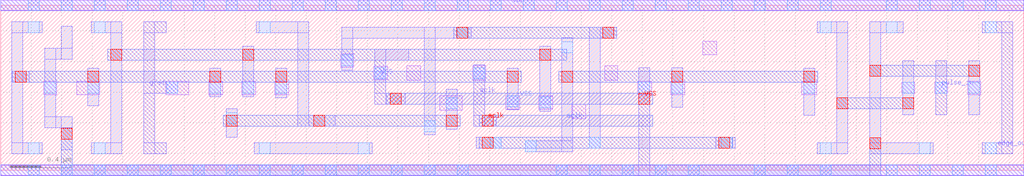
<source format=lef>
VERSION 5.7 ;
BUSBITCHARS "[]" ;
DIVIDERCHAR "/" ;

MACRO pulse2edge_power
  ORIGIN 0 -0.088 ;
  FOREIGN pulse2edge_power 0 0.088 ;
  SIZE 6.696 BY 1.08 ;
  SYMMETRY X Y ;
  SITE core ;
  PIN VDD
    DIRECTION INOUT ;
    USE POWER ;
    SHAPE ABUTMENT ;
    PORT
      LAYER M1 ;
        RECT 0 1.132 6.696 1.204 ;
    END
  END VDD
  PIN VSS
    DIRECTION INOUT ;
    USE GROUND ;
    SHAPE ABUTMENT ;
    PORT
      LAYER M2 ;
        RECT 2.528 0.52 4.268 0.592 ;
      LAYER M1 ;
        RECT 0 0.052 6.696 0.124 ;
        RECT 4.176 0.052 4.248 0.76 ;
        RECT 2.448 0.808 2.672 0.88 ;
        RECT 2.448 0.52 2.648 0.592 ;
        RECT 2.448 0.52 2.52 0.88 ;
      LAYER V1 ;
        RECT 2.548 0.52 2.62 0.592 ;
        RECT 4.176 0.52 4.248 0.592 ;
    END
  END VSS
  PIN aclk
    DIRECTION INPUT ;
    USE SIGNAL ;
    PORT
      LAYER M2 ;
        RECT 3.132 0.376 4.268 0.448 ;
      LAYER M1 ;
        RECT 3.096 0.376 3.244 0.448 ;
        RECT 3.096 0.376 3.168 0.78 ;
      LAYER V1 ;
        RECT 3.152 0.376 3.224 0.448 ;
    END
  END aclk
  PIN edge_out
    DIRECTION INPUT ;
    USE SIGNAL ;
    PORT
      LAYER M1 ;
        RECT 6.424 0.988 6.624 1.06 ;
        RECT 6.552 0.196 6.624 1.06 ;
        RECT 6.424 0.196 6.624 0.268 ;
    END
  END edge_out
  PIN grst
    DIRECTION INPUT ;
    USE SIGNAL ;
    PORT
      LAYER M1 ;
        RECT 0.936 0.592 1.16 0.664 ;
        RECT 0.936 0.988 1.084 1.06 ;
        RECT 0.936 0.196 1.084 0.268 ;
        RECT 0.936 0.196 1.008 1.06 ;
    END
  END grst
  PIN pulse_in
    DIRECTION INPUT ;
    USE SIGNAL ;
    PORT
      LAYER M1 ;
        RECT 6.12 0.452 6.192 0.804 ;
    END
  END pulse_in
  OBS
    LAYER LIG ;
      RECT 0 0.056 6.696 0.12 ;
      RECT 0 1.136 6.696 1.2 ;
      RECT 6.328 0.584 6.416 0.672 ;
      RECT 6.112 0.592 6.2 0.664 ;
      RECT 5.896 0.592 5.984 0.664 ;
      RECT 5.244 0.584 5.34 0.672 ;
      RECT 4.596 0.844 4.688 0.932 ;
      RECT 4.384 0.584 4.476 0.672 ;
      RECT 4.168 0.584 4.26 0.672 ;
      RECT 3.952 0.676 4.04 0.772 ;
      RECT 3.736 0.424 3.828 0.52 ;
      RECT 3.52 0.488 3.612 0.576 ;
      RECT 3.304 0.488 3.396 0.576 ;
      RECT 3.088 0.676 3.176 0.772 ;
      RECT 2.872 0.48 3.02 0.576 ;
      RECT 2.656 0.676 2.748 0.772 ;
      RECT 2.44 0.68 2.532 0.768 ;
      RECT 2.224 0.764 2.312 0.852 ;
      RECT 1.792 0.584 1.884 0.672 ;
      RECT 1.576 0.584 1.668 0.672 ;
      RECT 1.36 0.584 1.452 0.672 ;
      RECT 1.08 0.584 1.232 0.672 ;
      RECT 0.496 0.584 0.648 0.672 ;
      RECT 0.28 0.584 0.368 0.672 ;
    LAYER V0 ;
      RECT 6.444 0.052 6.516 0.124 ;
      RECT 6.444 0.196 6.516 0.268 ;
      RECT 6.444 0.988 6.516 1.06 ;
      RECT 6.444 1.132 6.516 1.204 ;
      RECT 6.336 0.592 6.408 0.664 ;
      RECT 6.228 0.052 6.3 0.124 ;
      RECT 6.228 1.132 6.3 1.204 ;
      RECT 6.12 0.592 6.192 0.664 ;
      RECT 6.012 0.052 6.084 0.124 ;
      RECT 6.012 0.196 6.084 0.268 ;
      RECT 6.012 1.132 6.084 1.204 ;
      RECT 5.904 0.592 5.976 0.664 ;
      RECT 5.796 0.052 5.868 0.124 ;
      RECT 5.796 0.988 5.868 1.06 ;
      RECT 5.796 1.132 5.868 1.204 ;
      RECT 5.364 0.052 5.436 0.124 ;
      RECT 5.364 0.196 5.436 0.268 ;
      RECT 5.364 0.988 5.436 1.06 ;
      RECT 5.364 1.132 5.436 1.204 ;
      RECT 5.256 0.592 5.328 0.664 ;
      RECT 5.148 0.052 5.22 0.124 ;
      RECT 5.148 1.132 5.22 1.204 ;
      RECT 4.932 0.052 5.004 0.124 ;
      RECT 4.932 1.132 5.004 1.204 ;
      RECT 4.716 0.232 4.788 0.304 ;
      RECT 4.716 1.132 4.788 1.204 ;
      RECT 4.5 0.052 4.572 0.124 ;
      RECT 4.5 1.132 4.572 1.204 ;
      RECT 4.392 0.592 4.464 0.664 ;
      RECT 4.284 0.052 4.356 0.124 ;
      RECT 4.284 1.132 4.356 1.204 ;
      RECT 4.176 0.592 4.248 0.664 ;
      RECT 4.068 0.052 4.14 0.124 ;
      RECT 4.068 1.132 4.14 1.204 ;
      RECT 3.852 0.052 3.924 0.124 ;
      RECT 3.852 0.232 3.924 0.304 ;
      RECT 3.852 1.132 3.924 1.204 ;
      RECT 3.672 0.856 3.744 0.928 ;
      RECT 3.636 0.052 3.708 0.124 ;
      RECT 3.636 1.132 3.708 1.204 ;
      RECT 3.528 0.496 3.6 0.568 ;
      RECT 3.432 0.208 3.504 0.28 ;
      RECT 3.42 1.132 3.492 1.204 ;
      RECT 3.316 0.504 3.388 0.576 ;
      RECT 3.204 0.232 3.276 0.304 ;
      RECT 3.204 1.132 3.276 1.204 ;
      RECT 3.096 0.688 3.168 0.76 ;
      RECT 2.988 0.052 3.06 0.124 ;
      RECT 2.988 0.952 3.06 1.024 ;
      RECT 2.988 1.132 3.06 1.204 ;
      RECT 2.916 0.492 2.988 0.564 ;
      RECT 2.772 0.052 2.844 0.124 ;
      RECT 2.772 0.34 2.844 0.412 ;
      RECT 2.772 1.132 2.844 1.204 ;
      RECT 2.556 0.052 2.628 0.124 ;
      RECT 2.556 1.132 2.628 1.204 ;
      RECT 2.448 0.688 2.52 0.76 ;
      RECT 2.34 0.052 2.412 0.124 ;
      RECT 2.34 0.196 2.412 0.268 ;
      RECT 2.34 1.132 2.412 1.204 ;
      RECT 2.232 0.772 2.304 0.844 ;
      RECT 2.124 0.052 2.196 0.124 ;
      RECT 2.124 1.132 2.196 1.204 ;
      RECT 1.908 0.052 1.98 0.124 ;
      RECT 1.908 1.132 1.98 1.204 ;
      RECT 1.8 0.592 1.872 0.664 ;
      RECT 1.692 0.052 1.764 0.124 ;
      RECT 1.692 0.196 1.764 0.268 ;
      RECT 1.692 0.988 1.764 1.06 ;
      RECT 1.692 1.132 1.764 1.204 ;
      RECT 1.584 0.592 1.656 0.664 ;
      RECT 1.476 0.052 1.548 0.124 ;
      RECT 1.476 0.392 1.548 0.464 ;
      RECT 1.476 1.132 1.548 1.204 ;
      RECT 1.368 0.592 1.44 0.664 ;
      RECT 1.26 0.052 1.332 0.124 ;
      RECT 1.26 1.132 1.332 1.204 ;
      RECT 1.088 0.592 1.16 0.664 ;
      RECT 1.044 0.052 1.116 0.124 ;
      RECT 1.044 1.132 1.116 1.204 ;
      RECT 0.828 0.052 0.9 0.124 ;
      RECT 0.828 1.132 0.9 1.204 ;
      RECT 0.612 0.052 0.684 0.124 ;
      RECT 0.612 0.196 0.684 0.268 ;
      RECT 0.612 0.988 0.684 1.06 ;
      RECT 0.612 1.132 0.684 1.204 ;
      RECT 0.568 0.592 0.64 0.664 ;
      RECT 0.396 0.052 0.468 0.124 ;
      RECT 0.396 1.132 0.468 1.204 ;
      RECT 0.288 0.592 0.36 0.664 ;
      RECT 0.18 0.052 0.252 0.124 ;
      RECT 0.18 0.196 0.252 0.268 ;
      RECT 0.18 0.988 0.252 1.06 ;
      RECT 0.18 1.132 0.252 1.204 ;
    LAYER M1 ;
      RECT 5.688 0.988 5.908 1.06 ;
      RECT 5.688 0.196 5.76 1.06 ;
      RECT 5.688 0.196 6.104 0.268 ;
      RECT 5.344 0.988 5.544 1.06 ;
      RECT 5.472 0.196 5.544 1.06 ;
      RECT 5.344 0.196 5.544 0.268 ;
      RECT 3.852 0.952 4.032 1.024 ;
      RECT 3.852 0.232 3.924 1.024 ;
      RECT 3.672 0.208 3.744 0.956 ;
      RECT 3.432 0.208 3.744 0.28 ;
      RECT 2.232 0.952 3.08 1.024 ;
      RECT 2.772 0.32 2.844 1.024 ;
      RECT 2.232 0.744 2.304 1.024 ;
      RECT 1.672 0.988 2.016 1.06 ;
      RECT 1.944 0.376 2.016 1.06 ;
      RECT 1.944 0.376 2.188 0.448 ;
      RECT 0.592 0.988 0.792 1.06 ;
      RECT 0.72 0.196 0.792 1.06 ;
      RECT 0.592 0.196 0.792 0.268 ;
      RECT 0.396 0.816 0.468 1.032 ;
      RECT 0.288 0.816 0.468 0.888 ;
      RECT 0.288 0.368 0.36 0.888 ;
      RECT 0.288 0.368 0.468 0.44 ;
      RECT 0.396 0.224 0.468 0.44 ;
      RECT 0.072 0.988 0.272 1.06 ;
      RECT 0.072 0.196 0.144 1.06 ;
      RECT 0.072 0.664 0.188 0.736 ;
      RECT 0.072 0.196 0.272 0.268 ;
      RECT 6.336 0.452 6.408 0.804 ;
      RECT 5.904 0.452 5.976 0.804 ;
      RECT 5.256 0.448 5.328 0.756 ;
      RECT 4.68 0.232 4.808 0.304 ;
      RECT 4.392 0.5 4.464 0.76 ;
      RECT 3.528 0.476 3.6 0.9 ;
      RECT 3.316 0.484 3.388 0.756 ;
      RECT 3.112 0.232 3.276 0.304 ;
      RECT 2.916 0.356 2.988 0.62 ;
      RECT 1.66 0.196 2.432 0.268 ;
      RECT 1.8 0.564 1.872 0.756 ;
      RECT 1.584 0.568 1.656 0.9 ;
      RECT 1.476 0.304 1.548 0.492 ;
      RECT 1.368 0.568 1.44 0.756 ;
      RECT 0.568 0.512 0.64 0.756 ;
    LAYER M2 ;
      RECT 0.396 0.052 0.468 0.364 ;
      RECT 5.688 0.052 5.76 0.3 ;
      RECT 0.396 0.052 5.76 0.124 ;
      RECT 5.688 0.704 6.408 0.776 ;
      RECT 5.472 0.492 5.976 0.564 ;
      RECT 3.652 0.664 5.348 0.736 ;
      RECT 3.132 0.232 4.792 0.304 ;
      RECT 2.964 0.952 4.032 1.024 ;
      RECT 0.7 0.808 3.704 0.88 ;
      RECT 0.076 0.664 3.408 0.736 ;
      RECT 1.456 0.376 3.008 0.448 ;
    LAYER V1 ;
      RECT 6.336 0.704 6.408 0.776 ;
      RECT 5.904 0.492 5.976 0.564 ;
      RECT 5.688 0.228 5.76 0.3 ;
      RECT 5.688 0.704 5.76 0.776 ;
      RECT 5.472 0.492 5.544 0.564 ;
      RECT 5.256 0.664 5.328 0.736 ;
      RECT 4.7 0.232 4.772 0.304 ;
      RECT 4.392 0.664 4.464 0.736 ;
      RECT 3.94 0.952 4.012 1.024 ;
      RECT 3.672 0.664 3.744 0.736 ;
      RECT 3.528 0.808 3.6 0.88 ;
      RECT 3.316 0.664 3.388 0.736 ;
      RECT 3.152 0.232 3.224 0.304 ;
      RECT 2.984 0.952 3.056 1.024 ;
      RECT 2.916 0.376 2.988 0.448 ;
      RECT 2.048 0.376 2.12 0.448 ;
      RECT 1.8 0.664 1.872 0.736 ;
      RECT 1.584 0.808 1.656 0.88 ;
      RECT 1.476 0.376 1.548 0.448 ;
      RECT 1.368 0.664 1.44 0.736 ;
      RECT 0.72 0.808 0.792 0.88 ;
      RECT 0.568 0.664 0.64 0.736 ;
      RECT 0.396 0.292 0.468 0.364 ;
      RECT 0.096 0.664 0.168 0.736 ;
  END
END pulse2edge_power

END LIBRARY

</source>
